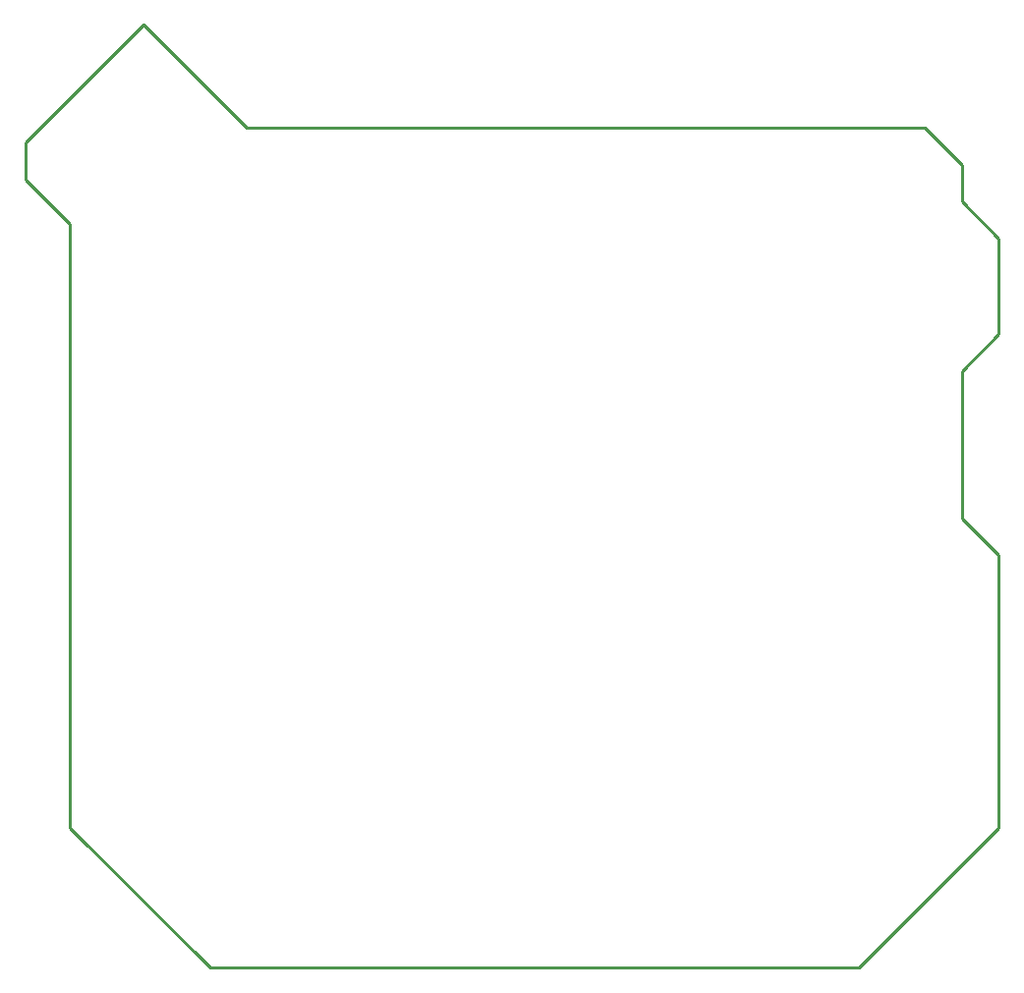
<source format=gm1>
G04*
G04 #@! TF.GenerationSoftware,Altium Limited,Altium Designer,20.1.14 (287)*
G04*
G04 Layer_Color=4612668*
%FSLAX25Y25*%
%MOIN*%
G70*
G04*
G04 #@! TF.SameCoordinates,0D2ED980-A127-4EFE-AF8B-45E26DFE5CAE*
G04*
G04*
G04 #@! TF.FilePolarity,Positive*
G04*
G01*
G75*
%ADD11C,0.01000*%
D11*
X-30000Y15000D02*
X10000Y55000D01*
X45000Y20000D01*
X275000D01*
X287500Y7500D01*
Y-5000D02*
Y7500D01*
Y-5000D02*
X300000Y-17500D01*
Y-50000D02*
Y-17500D01*
X287500Y-62500D02*
X300000Y-50000D01*
X287500Y-112500D02*
Y-62500D01*
Y-112500D02*
X300000Y-125000D01*
Y-217500D02*
Y-125000D01*
X252500Y-265000D02*
X300000Y-217500D01*
X32500Y-265000D02*
X252500D01*
X-15000Y-217500D02*
X32500Y-265000D01*
X-15000Y-217500D02*
Y-12500D01*
X-30000Y2500D02*
X-15000Y-12500D01*
X-30000Y2500D02*
Y15000D01*
M02*

</source>
